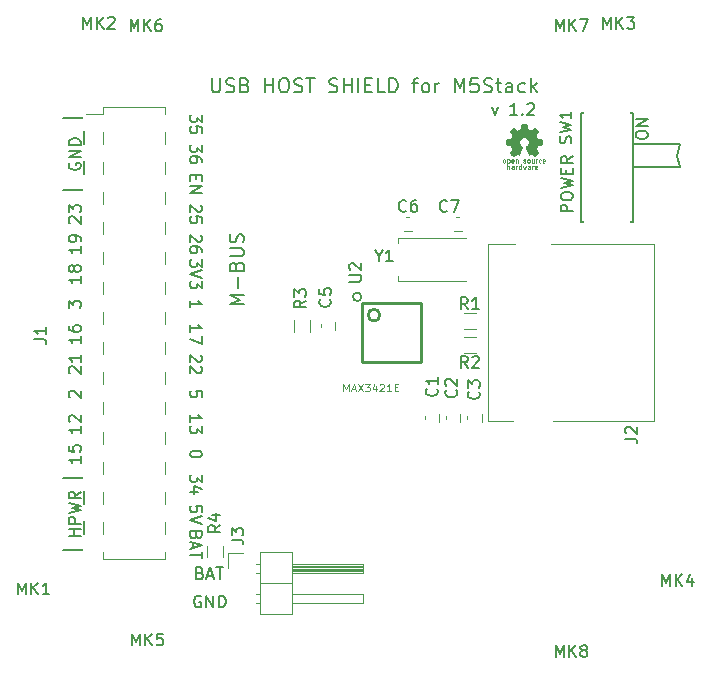
<source format=gto>
G04 #@! TF.FileFunction,Legend,Top*
%FSLAX46Y46*%
G04 Gerber Fmt 4.6, Leading zero omitted, Abs format (unit mm)*
G04 Created by KiCad (PCBNEW 4.0.7) date 09/12/18 20:21:31*
%MOMM*%
%LPD*%
G01*
G04 APERTURE LIST*
%ADD10C,0.100000*%
%ADD11C,0.150000*%
%ADD12C,0.080000*%
%ADD13C,0.200000*%
%ADD14C,0.120000*%
%ADD15C,0.254000*%
%ADD16C,0.002540*%
%ADD17C,0.050000*%
%ADD18C,3.600000*%
%ADD19R,1.150000X1.200000*%
%ADD20R,1.200000X1.150000*%
%ADD21C,2.600000*%
%ADD22R,0.900000X1.300000*%
%ADD23R,1.300000X0.900000*%
%ADD24R,1.543000X0.654000*%
%ADD25R,0.654000X1.543000*%
%ADD26R,2.400000X2.800000*%
%ADD27R,2.100000X2.100000*%
%ADD28O,2.100000X2.100000*%
%ADD29C,1.900000*%
%ADD30C,3.400000*%
%ADD31R,3.900000X3.200000*%
%ADD32R,1.750000X1.750000*%
%ADD33O,1.750000X1.750000*%
%ADD34C,1.200000*%
%ADD35C,1.400000*%
%ADD36R,3.550000X1.400000*%
%ADD37C,2.100000*%
G04 APERTURE END LIST*
D10*
D11*
X152474381Y-91328048D02*
X152474381Y-91137571D01*
X152522000Y-91042333D01*
X152617238Y-90947095D01*
X152807714Y-90899476D01*
X153141048Y-90899476D01*
X153331524Y-90947095D01*
X153426762Y-91042333D01*
X153474381Y-91137571D01*
X153474381Y-91328048D01*
X153426762Y-91423286D01*
X153331524Y-91518524D01*
X153141048Y-91566143D01*
X152807714Y-91566143D01*
X152617238Y-91518524D01*
X152522000Y-91423286D01*
X152474381Y-91328048D01*
X153474381Y-90470905D02*
X152474381Y-90470905D01*
X153474381Y-89899476D01*
X152474381Y-89899476D01*
X147124381Y-97717524D02*
X146124381Y-97717524D01*
X146124381Y-97336571D01*
X146172000Y-97241333D01*
X146219619Y-97193714D01*
X146314857Y-97146095D01*
X146457714Y-97146095D01*
X146552952Y-97193714D01*
X146600571Y-97241333D01*
X146648190Y-97336571D01*
X146648190Y-97717524D01*
X146124381Y-96527048D02*
X146124381Y-96336571D01*
X146172000Y-96241333D01*
X146267238Y-96146095D01*
X146457714Y-96098476D01*
X146791048Y-96098476D01*
X146981524Y-96146095D01*
X147076762Y-96241333D01*
X147124381Y-96336571D01*
X147124381Y-96527048D01*
X147076762Y-96622286D01*
X146981524Y-96717524D01*
X146791048Y-96765143D01*
X146457714Y-96765143D01*
X146267238Y-96717524D01*
X146172000Y-96622286D01*
X146124381Y-96527048D01*
X146124381Y-95765143D02*
X147124381Y-95527048D01*
X146410095Y-95336571D01*
X147124381Y-95146095D01*
X146124381Y-94908000D01*
X146600571Y-94527048D02*
X146600571Y-94193714D01*
X147124381Y-94050857D02*
X147124381Y-94527048D01*
X146124381Y-94527048D01*
X146124381Y-94050857D01*
X147124381Y-93050857D02*
X146648190Y-93384191D01*
X147124381Y-93622286D02*
X146124381Y-93622286D01*
X146124381Y-93241333D01*
X146172000Y-93146095D01*
X146219619Y-93098476D01*
X146314857Y-93050857D01*
X146457714Y-93050857D01*
X146552952Y-93098476D01*
X146600571Y-93146095D01*
X146648190Y-93241333D01*
X146648190Y-93622286D01*
D12*
X141602857Y-94140952D02*
X141602857Y-93740952D01*
X141774286Y-94140952D02*
X141774286Y-93931429D01*
X141755238Y-93893333D01*
X141717143Y-93874286D01*
X141660000Y-93874286D01*
X141621905Y-93893333D01*
X141602857Y-93912381D01*
X142136191Y-94140952D02*
X142136191Y-93931429D01*
X142117143Y-93893333D01*
X142079048Y-93874286D01*
X142002857Y-93874286D01*
X141964762Y-93893333D01*
X142136191Y-94121905D02*
X142098095Y-94140952D01*
X142002857Y-94140952D01*
X141964762Y-94121905D01*
X141945714Y-94083810D01*
X141945714Y-94045714D01*
X141964762Y-94007619D01*
X142002857Y-93988571D01*
X142098095Y-93988571D01*
X142136191Y-93969524D01*
X142326667Y-94140952D02*
X142326667Y-93874286D01*
X142326667Y-93950476D02*
X142345715Y-93912381D01*
X142364762Y-93893333D01*
X142402858Y-93874286D01*
X142440953Y-93874286D01*
X142745715Y-94140952D02*
X142745715Y-93740952D01*
X142745715Y-94121905D02*
X142707619Y-94140952D01*
X142631429Y-94140952D01*
X142593334Y-94121905D01*
X142574286Y-94102857D01*
X142555238Y-94064762D01*
X142555238Y-93950476D01*
X142574286Y-93912381D01*
X142593334Y-93893333D01*
X142631429Y-93874286D01*
X142707619Y-93874286D01*
X142745715Y-93893333D01*
X142898096Y-93874286D02*
X142974286Y-94140952D01*
X143050477Y-93950476D01*
X143126667Y-94140952D01*
X143202858Y-93874286D01*
X143526668Y-94140952D02*
X143526668Y-93931429D01*
X143507620Y-93893333D01*
X143469525Y-93874286D01*
X143393334Y-93874286D01*
X143355239Y-93893333D01*
X143526668Y-94121905D02*
X143488572Y-94140952D01*
X143393334Y-94140952D01*
X143355239Y-94121905D01*
X143336191Y-94083810D01*
X143336191Y-94045714D01*
X143355239Y-94007619D01*
X143393334Y-93988571D01*
X143488572Y-93988571D01*
X143526668Y-93969524D01*
X143717144Y-94140952D02*
X143717144Y-93874286D01*
X143717144Y-93950476D02*
X143736192Y-93912381D01*
X143755239Y-93893333D01*
X143793335Y-93874286D01*
X143831430Y-93874286D01*
X144117144Y-94121905D02*
X144079049Y-94140952D01*
X144002858Y-94140952D01*
X143964763Y-94121905D01*
X143945715Y-94083810D01*
X143945715Y-93931429D01*
X143964763Y-93893333D01*
X144002858Y-93874286D01*
X144079049Y-93874286D01*
X144117144Y-93893333D01*
X144136192Y-93931429D01*
X144136192Y-93969524D01*
X143945715Y-94007619D01*
X141295238Y-93590952D02*
X141257143Y-93571905D01*
X141238095Y-93552857D01*
X141219047Y-93514762D01*
X141219047Y-93400476D01*
X141238095Y-93362381D01*
X141257143Y-93343333D01*
X141295238Y-93324286D01*
X141352381Y-93324286D01*
X141390476Y-93343333D01*
X141409524Y-93362381D01*
X141428571Y-93400476D01*
X141428571Y-93514762D01*
X141409524Y-93552857D01*
X141390476Y-93571905D01*
X141352381Y-93590952D01*
X141295238Y-93590952D01*
X141600000Y-93324286D02*
X141600000Y-93724286D01*
X141600000Y-93343333D02*
X141638095Y-93324286D01*
X141714286Y-93324286D01*
X141752381Y-93343333D01*
X141771429Y-93362381D01*
X141790476Y-93400476D01*
X141790476Y-93514762D01*
X141771429Y-93552857D01*
X141752381Y-93571905D01*
X141714286Y-93590952D01*
X141638095Y-93590952D01*
X141600000Y-93571905D01*
X142114286Y-93571905D02*
X142076191Y-93590952D01*
X142000000Y-93590952D01*
X141961905Y-93571905D01*
X141942857Y-93533810D01*
X141942857Y-93381429D01*
X141961905Y-93343333D01*
X142000000Y-93324286D01*
X142076191Y-93324286D01*
X142114286Y-93343333D01*
X142133334Y-93381429D01*
X142133334Y-93419524D01*
X141942857Y-93457619D01*
X142304762Y-93324286D02*
X142304762Y-93590952D01*
X142304762Y-93362381D02*
X142323810Y-93343333D01*
X142361905Y-93324286D01*
X142419048Y-93324286D01*
X142457143Y-93343333D01*
X142476191Y-93381429D01*
X142476191Y-93590952D01*
X142952381Y-93571905D02*
X142990477Y-93590952D01*
X143066667Y-93590952D01*
X143104762Y-93571905D01*
X143123810Y-93533810D01*
X143123810Y-93514762D01*
X143104762Y-93476667D01*
X143066667Y-93457619D01*
X143009524Y-93457619D01*
X142971429Y-93438571D01*
X142952381Y-93400476D01*
X142952381Y-93381429D01*
X142971429Y-93343333D01*
X143009524Y-93324286D01*
X143066667Y-93324286D01*
X143104762Y-93343333D01*
X143352382Y-93590952D02*
X143314287Y-93571905D01*
X143295239Y-93552857D01*
X143276191Y-93514762D01*
X143276191Y-93400476D01*
X143295239Y-93362381D01*
X143314287Y-93343333D01*
X143352382Y-93324286D01*
X143409525Y-93324286D01*
X143447620Y-93343333D01*
X143466668Y-93362381D01*
X143485715Y-93400476D01*
X143485715Y-93514762D01*
X143466668Y-93552857D01*
X143447620Y-93571905D01*
X143409525Y-93590952D01*
X143352382Y-93590952D01*
X143828573Y-93324286D02*
X143828573Y-93590952D01*
X143657144Y-93324286D02*
X143657144Y-93533810D01*
X143676192Y-93571905D01*
X143714287Y-93590952D01*
X143771430Y-93590952D01*
X143809525Y-93571905D01*
X143828573Y-93552857D01*
X144019049Y-93590952D02*
X144019049Y-93324286D01*
X144019049Y-93400476D02*
X144038097Y-93362381D01*
X144057144Y-93343333D01*
X144095240Y-93324286D01*
X144133335Y-93324286D01*
X144438097Y-93571905D02*
X144400001Y-93590952D01*
X144323811Y-93590952D01*
X144285716Y-93571905D01*
X144266668Y-93552857D01*
X144247620Y-93514762D01*
X144247620Y-93400476D01*
X144266668Y-93362381D01*
X144285716Y-93343333D01*
X144323811Y-93324286D01*
X144400001Y-93324286D01*
X144438097Y-93343333D01*
X144761906Y-93571905D02*
X144723811Y-93590952D01*
X144647620Y-93590952D01*
X144609525Y-93571905D01*
X144590477Y-93533810D01*
X144590477Y-93381429D01*
X144609525Y-93343333D01*
X144647620Y-93324286D01*
X144723811Y-93324286D01*
X144761906Y-93343333D01*
X144780954Y-93381429D01*
X144780954Y-93419524D01*
X144590477Y-93457619D01*
D13*
X115638096Y-130300000D02*
X115542858Y-130252381D01*
X115400001Y-130252381D01*
X115257143Y-130300000D01*
X115161905Y-130395238D01*
X115114286Y-130490476D01*
X115066667Y-130680952D01*
X115066667Y-130823810D01*
X115114286Y-131014286D01*
X115161905Y-131109524D01*
X115257143Y-131204762D01*
X115400001Y-131252381D01*
X115495239Y-131252381D01*
X115638096Y-131204762D01*
X115685715Y-131157143D01*
X115685715Y-130823810D01*
X115495239Y-130823810D01*
X116114286Y-131252381D02*
X116114286Y-130252381D01*
X116685715Y-131252381D01*
X116685715Y-130252381D01*
X117161905Y-131252381D02*
X117161905Y-130252381D01*
X117400000Y-130252381D01*
X117542858Y-130300000D01*
X117638096Y-130395238D01*
X117685715Y-130490476D01*
X117733334Y-130680952D01*
X117733334Y-130823810D01*
X117685715Y-131014286D01*
X117638096Y-131109524D01*
X117542858Y-131204762D01*
X117400000Y-131252381D01*
X117161905Y-131252381D01*
X115561905Y-128328571D02*
X115704762Y-128376190D01*
X115752381Y-128423810D01*
X115800000Y-128519048D01*
X115800000Y-128661905D01*
X115752381Y-128757143D01*
X115704762Y-128804762D01*
X115609524Y-128852381D01*
X115228571Y-128852381D01*
X115228571Y-127852381D01*
X115561905Y-127852381D01*
X115657143Y-127900000D01*
X115704762Y-127947619D01*
X115752381Y-128042857D01*
X115752381Y-128138095D01*
X115704762Y-128233333D01*
X115657143Y-128280952D01*
X115561905Y-128328571D01*
X115228571Y-128328571D01*
X116180952Y-128566667D02*
X116657143Y-128566667D01*
X116085714Y-128852381D02*
X116419047Y-127852381D01*
X116752381Y-128852381D01*
X116942857Y-127852381D02*
X117514286Y-127852381D01*
X117228571Y-128852381D02*
X117228571Y-127852381D01*
X140290476Y-88885714D02*
X140528571Y-89552381D01*
X140766667Y-88885714D01*
X142433334Y-89552381D02*
X141861905Y-89552381D01*
X142147619Y-89552381D02*
X142147619Y-88552381D01*
X142052381Y-88695238D01*
X141957143Y-88790476D01*
X141861905Y-88838095D01*
X142861905Y-89457143D02*
X142909524Y-89504762D01*
X142861905Y-89552381D01*
X142814286Y-89504762D01*
X142861905Y-89457143D01*
X142861905Y-89552381D01*
X143290476Y-88647619D02*
X143338095Y-88600000D01*
X143433333Y-88552381D01*
X143671429Y-88552381D01*
X143766667Y-88600000D01*
X143814286Y-88647619D01*
X143861905Y-88742857D01*
X143861905Y-88838095D01*
X143814286Y-88980952D01*
X143242857Y-89552381D01*
X143861905Y-89552381D01*
X119274857Y-105589857D02*
X118074857Y-105589857D01*
X118932000Y-105189857D01*
X118074857Y-104789857D01*
X119274857Y-104789857D01*
X118817714Y-104218428D02*
X118817714Y-103304142D01*
X118646286Y-102332714D02*
X118703429Y-102161285D01*
X118760571Y-102104142D01*
X118874857Y-102046999D01*
X119046286Y-102046999D01*
X119160571Y-102104142D01*
X119217714Y-102161285D01*
X119274857Y-102275571D01*
X119274857Y-102732714D01*
X118074857Y-102732714D01*
X118074857Y-102332714D01*
X118132000Y-102218428D01*
X118189143Y-102161285D01*
X118303429Y-102104142D01*
X118417714Y-102104142D01*
X118532000Y-102161285D01*
X118589143Y-102218428D01*
X118646286Y-102332714D01*
X118646286Y-102732714D01*
X118074857Y-101532714D02*
X119046286Y-101532714D01*
X119160571Y-101475571D01*
X119217714Y-101418428D01*
X119274857Y-101304142D01*
X119274857Y-101075571D01*
X119217714Y-100961285D01*
X119160571Y-100904142D01*
X119046286Y-100846999D01*
X118074857Y-100846999D01*
X119217714Y-100332714D02*
X119274857Y-100161285D01*
X119274857Y-99875571D01*
X119217714Y-99761285D01*
X119160571Y-99704142D01*
X119046286Y-99646999D01*
X118932000Y-99646999D01*
X118817714Y-99704142D01*
X118760571Y-99761285D01*
X118703429Y-99875571D01*
X118646286Y-100104142D01*
X118589143Y-100218428D01*
X118532000Y-100275571D01*
X118417714Y-100332714D01*
X118303429Y-100332714D01*
X118189143Y-100275571D01*
X118132000Y-100218428D01*
X118074857Y-100104142D01*
X118074857Y-99818428D01*
X118132000Y-99646999D01*
X116585714Y-86442857D02*
X116585714Y-87414286D01*
X116642857Y-87528571D01*
X116700000Y-87585714D01*
X116814286Y-87642857D01*
X117042857Y-87642857D01*
X117157143Y-87585714D01*
X117214286Y-87528571D01*
X117271429Y-87414286D01*
X117271429Y-86442857D01*
X117785714Y-87585714D02*
X117957143Y-87642857D01*
X118242857Y-87642857D01*
X118357143Y-87585714D01*
X118414286Y-87528571D01*
X118471429Y-87414286D01*
X118471429Y-87300000D01*
X118414286Y-87185714D01*
X118357143Y-87128571D01*
X118242857Y-87071429D01*
X118014286Y-87014286D01*
X117900000Y-86957143D01*
X117842857Y-86900000D01*
X117785714Y-86785714D01*
X117785714Y-86671429D01*
X117842857Y-86557143D01*
X117900000Y-86500000D01*
X118014286Y-86442857D01*
X118300000Y-86442857D01*
X118471429Y-86500000D01*
X119385714Y-87014286D02*
X119557143Y-87071429D01*
X119614286Y-87128571D01*
X119671429Y-87242857D01*
X119671429Y-87414286D01*
X119614286Y-87528571D01*
X119557143Y-87585714D01*
X119442857Y-87642857D01*
X118985714Y-87642857D01*
X118985714Y-86442857D01*
X119385714Y-86442857D01*
X119500000Y-86500000D01*
X119557143Y-86557143D01*
X119614286Y-86671429D01*
X119614286Y-86785714D01*
X119557143Y-86900000D01*
X119500000Y-86957143D01*
X119385714Y-87014286D01*
X118985714Y-87014286D01*
X121100000Y-87642857D02*
X121100000Y-86442857D01*
X121100000Y-87014286D02*
X121785715Y-87014286D01*
X121785715Y-87642857D02*
X121785715Y-86442857D01*
X122585715Y-86442857D02*
X122814286Y-86442857D01*
X122928572Y-86500000D01*
X123042858Y-86614286D01*
X123100000Y-86842857D01*
X123100000Y-87242857D01*
X123042858Y-87471429D01*
X122928572Y-87585714D01*
X122814286Y-87642857D01*
X122585715Y-87642857D01*
X122471429Y-87585714D01*
X122357143Y-87471429D01*
X122300000Y-87242857D01*
X122300000Y-86842857D01*
X122357143Y-86614286D01*
X122471429Y-86500000D01*
X122585715Y-86442857D01*
X123557143Y-87585714D02*
X123728572Y-87642857D01*
X124014286Y-87642857D01*
X124128572Y-87585714D01*
X124185715Y-87528571D01*
X124242858Y-87414286D01*
X124242858Y-87300000D01*
X124185715Y-87185714D01*
X124128572Y-87128571D01*
X124014286Y-87071429D01*
X123785715Y-87014286D01*
X123671429Y-86957143D01*
X123614286Y-86900000D01*
X123557143Y-86785714D01*
X123557143Y-86671429D01*
X123614286Y-86557143D01*
X123671429Y-86500000D01*
X123785715Y-86442857D01*
X124071429Y-86442857D01*
X124242858Y-86500000D01*
X124585715Y-86442857D02*
X125271429Y-86442857D01*
X124928572Y-87642857D02*
X124928572Y-86442857D01*
X126528572Y-87585714D02*
X126700001Y-87642857D01*
X126985715Y-87642857D01*
X127100001Y-87585714D01*
X127157144Y-87528571D01*
X127214287Y-87414286D01*
X127214287Y-87300000D01*
X127157144Y-87185714D01*
X127100001Y-87128571D01*
X126985715Y-87071429D01*
X126757144Y-87014286D01*
X126642858Y-86957143D01*
X126585715Y-86900000D01*
X126528572Y-86785714D01*
X126528572Y-86671429D01*
X126585715Y-86557143D01*
X126642858Y-86500000D01*
X126757144Y-86442857D01*
X127042858Y-86442857D01*
X127214287Y-86500000D01*
X127728572Y-87642857D02*
X127728572Y-86442857D01*
X127728572Y-87014286D02*
X128414287Y-87014286D01*
X128414287Y-87642857D02*
X128414287Y-86442857D01*
X128985715Y-87642857D02*
X128985715Y-86442857D01*
X129557144Y-87014286D02*
X129957144Y-87014286D01*
X130128573Y-87642857D02*
X129557144Y-87642857D01*
X129557144Y-86442857D01*
X130128573Y-86442857D01*
X131214287Y-87642857D02*
X130642858Y-87642857D01*
X130642858Y-86442857D01*
X131614287Y-87642857D02*
X131614287Y-86442857D01*
X131900002Y-86442857D01*
X132071430Y-86500000D01*
X132185716Y-86614286D01*
X132242859Y-86728571D01*
X132300002Y-86957143D01*
X132300002Y-87128571D01*
X132242859Y-87357143D01*
X132185716Y-87471429D01*
X132071430Y-87585714D01*
X131900002Y-87642857D01*
X131614287Y-87642857D01*
X133557145Y-86842857D02*
X134014288Y-86842857D01*
X133728573Y-87642857D02*
X133728573Y-86614286D01*
X133785716Y-86500000D01*
X133900002Y-86442857D01*
X134014288Y-86442857D01*
X134585716Y-87642857D02*
X134471430Y-87585714D01*
X134414287Y-87528571D01*
X134357144Y-87414286D01*
X134357144Y-87071429D01*
X134414287Y-86957143D01*
X134471430Y-86900000D01*
X134585716Y-86842857D01*
X134757144Y-86842857D01*
X134871430Y-86900000D01*
X134928573Y-86957143D01*
X134985716Y-87071429D01*
X134985716Y-87414286D01*
X134928573Y-87528571D01*
X134871430Y-87585714D01*
X134757144Y-87642857D01*
X134585716Y-87642857D01*
X135500001Y-87642857D02*
X135500001Y-86842857D01*
X135500001Y-87071429D02*
X135557144Y-86957143D01*
X135614287Y-86900000D01*
X135728573Y-86842857D01*
X135842858Y-86842857D01*
X137157144Y-87642857D02*
X137157144Y-86442857D01*
X137557144Y-87300000D01*
X137957144Y-86442857D01*
X137957144Y-87642857D01*
X139100002Y-86442857D02*
X138528573Y-86442857D01*
X138471430Y-87014286D01*
X138528573Y-86957143D01*
X138642859Y-86900000D01*
X138928573Y-86900000D01*
X139042859Y-86957143D01*
X139100002Y-87014286D01*
X139157145Y-87128571D01*
X139157145Y-87414286D01*
X139100002Y-87528571D01*
X139042859Y-87585714D01*
X138928573Y-87642857D01*
X138642859Y-87642857D01*
X138528573Y-87585714D01*
X138471430Y-87528571D01*
X139614287Y-87585714D02*
X139785716Y-87642857D01*
X140071430Y-87642857D01*
X140185716Y-87585714D01*
X140242859Y-87528571D01*
X140300002Y-87414286D01*
X140300002Y-87300000D01*
X140242859Y-87185714D01*
X140185716Y-87128571D01*
X140071430Y-87071429D01*
X139842859Y-87014286D01*
X139728573Y-86957143D01*
X139671430Y-86900000D01*
X139614287Y-86785714D01*
X139614287Y-86671429D01*
X139671430Y-86557143D01*
X139728573Y-86500000D01*
X139842859Y-86442857D01*
X140128573Y-86442857D01*
X140300002Y-86500000D01*
X140642859Y-86842857D02*
X141100002Y-86842857D01*
X140814287Y-86442857D02*
X140814287Y-87471429D01*
X140871430Y-87585714D01*
X140985716Y-87642857D01*
X141100002Y-87642857D01*
X142014287Y-87642857D02*
X142014287Y-87014286D01*
X141957144Y-86900000D01*
X141842858Y-86842857D01*
X141614287Y-86842857D01*
X141500001Y-86900000D01*
X142014287Y-87585714D02*
X141900001Y-87642857D01*
X141614287Y-87642857D01*
X141500001Y-87585714D01*
X141442858Y-87471429D01*
X141442858Y-87357143D01*
X141500001Y-87242857D01*
X141614287Y-87185714D01*
X141900001Y-87185714D01*
X142014287Y-87128571D01*
X143100001Y-87585714D02*
X142985715Y-87642857D01*
X142757144Y-87642857D01*
X142642858Y-87585714D01*
X142585715Y-87528571D01*
X142528572Y-87414286D01*
X142528572Y-87071429D01*
X142585715Y-86957143D01*
X142642858Y-86900000D01*
X142757144Y-86842857D01*
X142985715Y-86842857D01*
X143100001Y-86900000D01*
X143614286Y-87642857D02*
X143614286Y-86442857D01*
X143728572Y-87185714D02*
X144071429Y-87642857D01*
X144071429Y-86842857D02*
X143614286Y-87300000D01*
X129233210Y-104952000D02*
G75*
G03X129233210Y-104952000I-359210J0D01*
G01*
X115247429Y-125149905D02*
X115199810Y-125292762D01*
X115152190Y-125340381D01*
X115056952Y-125388000D01*
X114914095Y-125388000D01*
X114818857Y-125340381D01*
X114771238Y-125292762D01*
X114723619Y-125197524D01*
X114723619Y-124816571D01*
X115723619Y-124816571D01*
X115723619Y-125149905D01*
X115676000Y-125245143D01*
X115628381Y-125292762D01*
X115533143Y-125340381D01*
X115437905Y-125340381D01*
X115342667Y-125292762D01*
X115295048Y-125245143D01*
X115247429Y-125149905D01*
X115247429Y-124816571D01*
X115009333Y-125768952D02*
X115009333Y-126245143D01*
X114723619Y-125673714D02*
X115723619Y-126007047D01*
X114723619Y-126340381D01*
X115723619Y-126530857D02*
X115723619Y-127102286D01*
X114723619Y-126816571D02*
X115723619Y-126816571D01*
X115723619Y-123157524D02*
X115723619Y-122681333D01*
X115247429Y-122633714D01*
X115295048Y-122681333D01*
X115342667Y-122776571D01*
X115342667Y-123014667D01*
X115295048Y-123109905D01*
X115247429Y-123157524D01*
X115152190Y-123205143D01*
X114914095Y-123205143D01*
X114818857Y-123157524D01*
X114771238Y-123109905D01*
X114723619Y-123014667D01*
X114723619Y-122776571D01*
X114771238Y-122681333D01*
X114818857Y-122633714D01*
X115723619Y-123490857D02*
X114723619Y-123824190D01*
X115723619Y-124157524D01*
X115723619Y-119998476D02*
X115723619Y-120617524D01*
X115342667Y-120284190D01*
X115342667Y-120427048D01*
X115295048Y-120522286D01*
X115247429Y-120569905D01*
X115152190Y-120617524D01*
X114914095Y-120617524D01*
X114818857Y-120569905D01*
X114771238Y-120522286D01*
X114723619Y-120427048D01*
X114723619Y-120141333D01*
X114771238Y-120046095D01*
X114818857Y-119998476D01*
X115390286Y-121474667D02*
X114723619Y-121474667D01*
X115771238Y-121236571D02*
X115056952Y-120998476D01*
X115056952Y-121617524D01*
X115723619Y-118220381D02*
X115723619Y-118315620D01*
X115676000Y-118410858D01*
X115628381Y-118458477D01*
X115533143Y-118506096D01*
X115342667Y-118553715D01*
X115104571Y-118553715D01*
X114914095Y-118506096D01*
X114818857Y-118458477D01*
X114771238Y-118410858D01*
X114723619Y-118315620D01*
X114723619Y-118220381D01*
X114771238Y-118125143D01*
X114818857Y-118077524D01*
X114914095Y-118029905D01*
X115104571Y-117982286D01*
X115342667Y-117982286D01*
X115533143Y-118029905D01*
X115628381Y-118077524D01*
X115676000Y-118125143D01*
X115723619Y-118220381D01*
X114723619Y-115537524D02*
X114723619Y-114966095D01*
X114723619Y-115251809D02*
X115723619Y-115251809D01*
X115580762Y-115156571D01*
X115485524Y-115061333D01*
X115437905Y-114966095D01*
X115723619Y-115870857D02*
X115723619Y-116489905D01*
X115342667Y-116156571D01*
X115342667Y-116299429D01*
X115295048Y-116394667D01*
X115247429Y-116442286D01*
X115152190Y-116489905D01*
X114914095Y-116489905D01*
X114818857Y-116442286D01*
X114771238Y-116394667D01*
X114723619Y-116299429D01*
X114723619Y-116013714D01*
X114771238Y-115918476D01*
X114818857Y-115870857D01*
X115723619Y-113426096D02*
X115723619Y-112949905D01*
X115247429Y-112902286D01*
X115295048Y-112949905D01*
X115342667Y-113045143D01*
X115342667Y-113283239D01*
X115295048Y-113378477D01*
X115247429Y-113426096D01*
X115152190Y-113473715D01*
X114914095Y-113473715D01*
X114818857Y-113426096D01*
X114771238Y-113378477D01*
X114723619Y-113283239D01*
X114723619Y-113045143D01*
X114771238Y-112949905D01*
X114818857Y-112902286D01*
X115628381Y-109886095D02*
X115676000Y-109933714D01*
X115723619Y-110028952D01*
X115723619Y-110267048D01*
X115676000Y-110362286D01*
X115628381Y-110409905D01*
X115533143Y-110457524D01*
X115437905Y-110457524D01*
X115295048Y-110409905D01*
X114723619Y-109838476D01*
X114723619Y-110457524D01*
X115628381Y-110838476D02*
X115676000Y-110886095D01*
X115723619Y-110981333D01*
X115723619Y-111219429D01*
X115676000Y-111314667D01*
X115628381Y-111362286D01*
X115533143Y-111409905D01*
X115437905Y-111409905D01*
X115295048Y-111362286D01*
X114723619Y-110790857D01*
X114723619Y-111409905D01*
X114723619Y-107917524D02*
X114723619Y-107346095D01*
X114723619Y-107631809D02*
X115723619Y-107631809D01*
X115580762Y-107536571D01*
X115485524Y-107441333D01*
X115437905Y-107346095D01*
X115723619Y-108250857D02*
X115723619Y-108917524D01*
X114723619Y-108488952D01*
X114723619Y-105853715D02*
X114723619Y-105282286D01*
X114723619Y-105568000D02*
X115723619Y-105568000D01*
X115580762Y-105472762D01*
X115485524Y-105377524D01*
X115437905Y-105282286D01*
X115723619Y-101789905D02*
X115723619Y-102408953D01*
X115342667Y-102075619D01*
X115342667Y-102218477D01*
X115295048Y-102313715D01*
X115247429Y-102361334D01*
X115152190Y-102408953D01*
X114914095Y-102408953D01*
X114818857Y-102361334D01*
X114771238Y-102313715D01*
X114723619Y-102218477D01*
X114723619Y-101932762D01*
X114771238Y-101837524D01*
X114818857Y-101789905D01*
X115723619Y-102694667D02*
X114723619Y-103028000D01*
X115723619Y-103361334D01*
X115723619Y-103599429D02*
X115723619Y-104218477D01*
X115342667Y-103885143D01*
X115342667Y-104028001D01*
X115295048Y-104123239D01*
X115247429Y-104170858D01*
X115152190Y-104218477D01*
X114914095Y-104218477D01*
X114818857Y-104170858D01*
X114771238Y-104123239D01*
X114723619Y-104028001D01*
X114723619Y-103742286D01*
X114771238Y-103647048D01*
X114818857Y-103599429D01*
X115628381Y-99726095D02*
X115676000Y-99773714D01*
X115723619Y-99868952D01*
X115723619Y-100107048D01*
X115676000Y-100202286D01*
X115628381Y-100249905D01*
X115533143Y-100297524D01*
X115437905Y-100297524D01*
X115295048Y-100249905D01*
X114723619Y-99678476D01*
X114723619Y-100297524D01*
X115723619Y-101154667D02*
X115723619Y-100964190D01*
X115676000Y-100868952D01*
X115628381Y-100821333D01*
X115485524Y-100726095D01*
X115295048Y-100678476D01*
X114914095Y-100678476D01*
X114818857Y-100726095D01*
X114771238Y-100773714D01*
X114723619Y-100868952D01*
X114723619Y-101059429D01*
X114771238Y-101154667D01*
X114818857Y-101202286D01*
X114914095Y-101249905D01*
X115152190Y-101249905D01*
X115247429Y-101202286D01*
X115295048Y-101154667D01*
X115342667Y-101059429D01*
X115342667Y-100868952D01*
X115295048Y-100773714D01*
X115247429Y-100726095D01*
X115152190Y-100678476D01*
X115628381Y-97186095D02*
X115676000Y-97233714D01*
X115723619Y-97328952D01*
X115723619Y-97567048D01*
X115676000Y-97662286D01*
X115628381Y-97709905D01*
X115533143Y-97757524D01*
X115437905Y-97757524D01*
X115295048Y-97709905D01*
X114723619Y-97138476D01*
X114723619Y-97757524D01*
X115723619Y-98662286D02*
X115723619Y-98186095D01*
X115247429Y-98138476D01*
X115295048Y-98186095D01*
X115342667Y-98281333D01*
X115342667Y-98519429D01*
X115295048Y-98614667D01*
X115247429Y-98662286D01*
X115152190Y-98709905D01*
X114914095Y-98709905D01*
X114818857Y-98662286D01*
X114771238Y-98614667D01*
X114723619Y-98519429D01*
X114723619Y-98281333D01*
X114771238Y-98186095D01*
X114818857Y-98138476D01*
X115247429Y-94669905D02*
X115247429Y-95003239D01*
X114723619Y-95146096D02*
X114723619Y-94669905D01*
X115723619Y-94669905D01*
X115723619Y-95146096D01*
X114723619Y-95574667D02*
X115723619Y-95574667D01*
X114723619Y-96146096D01*
X115723619Y-96146096D01*
X115723619Y-92058476D02*
X115723619Y-92677524D01*
X115342667Y-92344190D01*
X115342667Y-92487048D01*
X115295048Y-92582286D01*
X115247429Y-92629905D01*
X115152190Y-92677524D01*
X114914095Y-92677524D01*
X114818857Y-92629905D01*
X114771238Y-92582286D01*
X114723619Y-92487048D01*
X114723619Y-92201333D01*
X114771238Y-92106095D01*
X114818857Y-92058476D01*
X115723619Y-93534667D02*
X115723619Y-93344190D01*
X115676000Y-93248952D01*
X115628381Y-93201333D01*
X115485524Y-93106095D01*
X115295048Y-93058476D01*
X114914095Y-93058476D01*
X114818857Y-93106095D01*
X114771238Y-93153714D01*
X114723619Y-93248952D01*
X114723619Y-93439429D01*
X114771238Y-93534667D01*
X114818857Y-93582286D01*
X114914095Y-93629905D01*
X115152190Y-93629905D01*
X115247429Y-93582286D01*
X115295048Y-93534667D01*
X115342667Y-93439429D01*
X115342667Y-93248952D01*
X115295048Y-93153714D01*
X115247429Y-93106095D01*
X115152190Y-93058476D01*
X115723619Y-89518476D02*
X115723619Y-90137524D01*
X115342667Y-89804190D01*
X115342667Y-89947048D01*
X115295048Y-90042286D01*
X115247429Y-90089905D01*
X115152190Y-90137524D01*
X114914095Y-90137524D01*
X114818857Y-90089905D01*
X114771238Y-90042286D01*
X114723619Y-89947048D01*
X114723619Y-89661333D01*
X114771238Y-89566095D01*
X114818857Y-89518476D01*
X115723619Y-91042286D02*
X115723619Y-90566095D01*
X115247429Y-90518476D01*
X115295048Y-90566095D01*
X115342667Y-90661333D01*
X115342667Y-90899429D01*
X115295048Y-90994667D01*
X115247429Y-91042286D01*
X115152190Y-91089905D01*
X114914095Y-91089905D01*
X114818857Y-91042286D01*
X114771238Y-90994667D01*
X114723619Y-90899429D01*
X114723619Y-90661333D01*
X114771238Y-90566095D01*
X114818857Y-90518476D01*
X105778000Y-126396000D02*
X104000000Y-126396000D01*
X105778000Y-120300000D02*
X105778000Y-126396000D01*
X104000000Y-120300000D02*
X105778000Y-120300000D01*
X105778000Y-89820000D02*
X105778000Y-95916000D01*
X105778000Y-95916000D02*
X104000000Y-95916000D01*
X104000000Y-89820000D02*
X105778000Y-89820000D01*
X105468381Y-125205143D02*
X104468381Y-125205143D01*
X104944571Y-125205143D02*
X104944571Y-124633714D01*
X105468381Y-124633714D02*
X104468381Y-124633714D01*
X105468381Y-124157524D02*
X104468381Y-124157524D01*
X104468381Y-123776571D01*
X104516000Y-123681333D01*
X104563619Y-123633714D01*
X104658857Y-123586095D01*
X104801714Y-123586095D01*
X104896952Y-123633714D01*
X104944571Y-123681333D01*
X104992190Y-123776571D01*
X104992190Y-124157524D01*
X104468381Y-123252762D02*
X105468381Y-123014667D01*
X104754095Y-122824190D01*
X105468381Y-122633714D01*
X104468381Y-122395619D01*
X105468381Y-121443238D02*
X104992190Y-121776572D01*
X105468381Y-122014667D02*
X104468381Y-122014667D01*
X104468381Y-121633714D01*
X104516000Y-121538476D01*
X104563619Y-121490857D01*
X104658857Y-121443238D01*
X104801714Y-121443238D01*
X104896952Y-121490857D01*
X104944571Y-121538476D01*
X104992190Y-121633714D01*
X104992190Y-122014667D01*
X105468381Y-118458476D02*
X105468381Y-119029905D01*
X105468381Y-118744191D02*
X104468381Y-118744191D01*
X104611238Y-118839429D01*
X104706476Y-118934667D01*
X104754095Y-119029905D01*
X104468381Y-117553714D02*
X104468381Y-118029905D01*
X104944571Y-118077524D01*
X104896952Y-118029905D01*
X104849333Y-117934667D01*
X104849333Y-117696571D01*
X104896952Y-117601333D01*
X104944571Y-117553714D01*
X105039810Y-117506095D01*
X105277905Y-117506095D01*
X105373143Y-117553714D01*
X105420762Y-117601333D01*
X105468381Y-117696571D01*
X105468381Y-117934667D01*
X105420762Y-118029905D01*
X105373143Y-118077524D01*
X105468381Y-115918476D02*
X105468381Y-116489905D01*
X105468381Y-116204191D02*
X104468381Y-116204191D01*
X104611238Y-116299429D01*
X104706476Y-116394667D01*
X104754095Y-116489905D01*
X104563619Y-115537524D02*
X104516000Y-115489905D01*
X104468381Y-115394667D01*
X104468381Y-115156571D01*
X104516000Y-115061333D01*
X104563619Y-115013714D01*
X104658857Y-114966095D01*
X104754095Y-114966095D01*
X104896952Y-115013714D01*
X105468381Y-115585143D01*
X105468381Y-114966095D01*
X104563619Y-113473714D02*
X104516000Y-113426095D01*
X104468381Y-113330857D01*
X104468381Y-113092761D01*
X104516000Y-112997523D01*
X104563619Y-112949904D01*
X104658857Y-112902285D01*
X104754095Y-112902285D01*
X104896952Y-112949904D01*
X105468381Y-113521333D01*
X105468381Y-112902285D01*
X104563619Y-111409905D02*
X104516000Y-111362286D01*
X104468381Y-111267048D01*
X104468381Y-111028952D01*
X104516000Y-110933714D01*
X104563619Y-110886095D01*
X104658857Y-110838476D01*
X104754095Y-110838476D01*
X104896952Y-110886095D01*
X105468381Y-111457524D01*
X105468381Y-110838476D01*
X105468381Y-109886095D02*
X105468381Y-110457524D01*
X105468381Y-110171810D02*
X104468381Y-110171810D01*
X104611238Y-110267048D01*
X104706476Y-110362286D01*
X104754095Y-110457524D01*
X105468381Y-108298476D02*
X105468381Y-108869905D01*
X105468381Y-108584191D02*
X104468381Y-108584191D01*
X104611238Y-108679429D01*
X104706476Y-108774667D01*
X104754095Y-108869905D01*
X104468381Y-107441333D02*
X104468381Y-107631810D01*
X104516000Y-107727048D01*
X104563619Y-107774667D01*
X104706476Y-107869905D01*
X104896952Y-107917524D01*
X105277905Y-107917524D01*
X105373143Y-107869905D01*
X105420762Y-107822286D01*
X105468381Y-107727048D01*
X105468381Y-107536571D01*
X105420762Y-107441333D01*
X105373143Y-107393714D01*
X105277905Y-107346095D01*
X105039810Y-107346095D01*
X104944571Y-107393714D01*
X104896952Y-107441333D01*
X104849333Y-107536571D01*
X104849333Y-107727048D01*
X104896952Y-107822286D01*
X104944571Y-107869905D01*
X105039810Y-107917524D01*
X104468381Y-105901333D02*
X104468381Y-105282285D01*
X104849333Y-105615619D01*
X104849333Y-105472761D01*
X104896952Y-105377523D01*
X104944571Y-105329904D01*
X105039810Y-105282285D01*
X105277905Y-105282285D01*
X105373143Y-105329904D01*
X105420762Y-105377523D01*
X105468381Y-105472761D01*
X105468381Y-105758476D01*
X105420762Y-105853714D01*
X105373143Y-105901333D01*
X105468381Y-103218476D02*
X105468381Y-103789905D01*
X105468381Y-103504191D02*
X104468381Y-103504191D01*
X104611238Y-103599429D01*
X104706476Y-103694667D01*
X104754095Y-103789905D01*
X104896952Y-102647048D02*
X104849333Y-102742286D01*
X104801714Y-102789905D01*
X104706476Y-102837524D01*
X104658857Y-102837524D01*
X104563619Y-102789905D01*
X104516000Y-102742286D01*
X104468381Y-102647048D01*
X104468381Y-102456571D01*
X104516000Y-102361333D01*
X104563619Y-102313714D01*
X104658857Y-102266095D01*
X104706476Y-102266095D01*
X104801714Y-102313714D01*
X104849333Y-102361333D01*
X104896952Y-102456571D01*
X104896952Y-102647048D01*
X104944571Y-102742286D01*
X104992190Y-102789905D01*
X105087429Y-102837524D01*
X105277905Y-102837524D01*
X105373143Y-102789905D01*
X105420762Y-102742286D01*
X105468381Y-102647048D01*
X105468381Y-102456571D01*
X105420762Y-102361333D01*
X105373143Y-102313714D01*
X105277905Y-102266095D01*
X105087429Y-102266095D01*
X104992190Y-102313714D01*
X104944571Y-102361333D01*
X104896952Y-102456571D01*
X105468381Y-100678476D02*
X105468381Y-101249905D01*
X105468381Y-100964191D02*
X104468381Y-100964191D01*
X104611238Y-101059429D01*
X104706476Y-101154667D01*
X104754095Y-101249905D01*
X105468381Y-100202286D02*
X105468381Y-100011810D01*
X105420762Y-99916571D01*
X105373143Y-99868952D01*
X105230286Y-99773714D01*
X105039810Y-99726095D01*
X104658857Y-99726095D01*
X104563619Y-99773714D01*
X104516000Y-99821333D01*
X104468381Y-99916571D01*
X104468381Y-100107048D01*
X104516000Y-100202286D01*
X104563619Y-100249905D01*
X104658857Y-100297524D01*
X104896952Y-100297524D01*
X104992190Y-100249905D01*
X105039810Y-100202286D01*
X105087429Y-100107048D01*
X105087429Y-99916571D01*
X105039810Y-99821333D01*
X104992190Y-99773714D01*
X104896952Y-99726095D01*
X104563619Y-98709905D02*
X104516000Y-98662286D01*
X104468381Y-98567048D01*
X104468381Y-98328952D01*
X104516000Y-98233714D01*
X104563619Y-98186095D01*
X104658857Y-98138476D01*
X104754095Y-98138476D01*
X104896952Y-98186095D01*
X105468381Y-98757524D01*
X105468381Y-98138476D01*
X104468381Y-97805143D02*
X104468381Y-97186095D01*
X104849333Y-97519429D01*
X104849333Y-97376571D01*
X104896952Y-97281333D01*
X104944571Y-97233714D01*
X105039810Y-97186095D01*
X105277905Y-97186095D01*
X105373143Y-97233714D01*
X105420762Y-97281333D01*
X105468381Y-97376571D01*
X105468381Y-97662286D01*
X105420762Y-97757524D01*
X105373143Y-97805143D01*
X104516000Y-93629904D02*
X104468381Y-93725142D01*
X104468381Y-93867999D01*
X104516000Y-94010857D01*
X104611238Y-94106095D01*
X104706476Y-94153714D01*
X104896952Y-94201333D01*
X105039810Y-94201333D01*
X105230286Y-94153714D01*
X105325524Y-94106095D01*
X105420762Y-94010857D01*
X105468381Y-93867999D01*
X105468381Y-93772761D01*
X105420762Y-93629904D01*
X105373143Y-93582285D01*
X105039810Y-93582285D01*
X105039810Y-93772761D01*
X105468381Y-93153714D02*
X104468381Y-93153714D01*
X105468381Y-92582285D01*
X104468381Y-92582285D01*
X105468381Y-92106095D02*
X104468381Y-92106095D01*
X104468381Y-91868000D01*
X104516000Y-91725142D01*
X104611238Y-91629904D01*
X104706476Y-91582285D01*
X104896952Y-91534666D01*
X105039810Y-91534666D01*
X105230286Y-91582285D01*
X105325524Y-91629904D01*
X105420762Y-91725142D01*
X105468381Y-91868000D01*
X105468381Y-92106095D01*
D14*
X138214000Y-115570000D02*
X138214000Y-114870000D01*
X139414000Y-114870000D02*
X139414000Y-115570000D01*
X134642000Y-115570000D02*
X134642000Y-114870000D01*
X135842000Y-114870000D02*
X135842000Y-115570000D01*
X136420000Y-115570000D02*
X136420000Y-114870000D01*
X137620000Y-114870000D02*
X137620000Y-115570000D01*
X125800000Y-107750000D02*
X125800000Y-107050000D01*
X127000000Y-107050000D02*
X127000000Y-107750000D01*
X133550000Y-99400000D02*
X132850000Y-99400000D01*
X132850000Y-98200000D02*
X133550000Y-98200000D01*
X137050000Y-98200000D02*
X137750000Y-98200000D01*
X137750000Y-99400000D02*
X137050000Y-99400000D01*
X138900000Y-107680000D02*
X137900000Y-107680000D01*
X137900000Y-106320000D02*
X138900000Y-106320000D01*
X138900000Y-109680000D02*
X137900000Y-109680000D01*
X137900000Y-108320000D02*
X138900000Y-108320000D01*
X124880000Y-106900000D02*
X124880000Y-107900000D01*
X123520000Y-107900000D02*
X123520000Y-106900000D01*
D15*
X129300000Y-110500000D02*
X134300000Y-110500000D01*
X134300000Y-110500000D02*
X134300000Y-105500000D01*
X134300000Y-105500000D02*
X129300000Y-105500000D01*
X129300000Y-105500000D02*
X129300000Y-110500000D01*
X130800000Y-106500000D02*
G75*
G03X130800000Y-106500000I-500000J0D01*
G01*
D14*
X138100000Y-100000000D02*
X132350000Y-100000000D01*
X132350000Y-100000000D02*
X132350000Y-103600000D01*
X132350000Y-103600000D02*
X138100000Y-103600000D01*
X120680000Y-126590000D02*
X120680000Y-131790000D01*
X120680000Y-131790000D02*
X123340000Y-131790000D01*
X123340000Y-131790000D02*
X123340000Y-126590000D01*
X123340000Y-126590000D02*
X120680000Y-126590000D01*
X123340000Y-127540000D02*
X129340000Y-127540000D01*
X129340000Y-127540000D02*
X129340000Y-128300000D01*
X129340000Y-128300000D02*
X123340000Y-128300000D01*
X123340000Y-127600000D02*
X129340000Y-127600000D01*
X123340000Y-127720000D02*
X129340000Y-127720000D01*
X123340000Y-127840000D02*
X129340000Y-127840000D01*
X123340000Y-127960000D02*
X129340000Y-127960000D01*
X123340000Y-128080000D02*
X129340000Y-128080000D01*
X123340000Y-128200000D02*
X129340000Y-128200000D01*
X120350000Y-127540000D02*
X120680000Y-127540000D01*
X120350000Y-128300000D02*
X120680000Y-128300000D01*
X120680000Y-129190000D02*
X123340000Y-129190000D01*
X123340000Y-130080000D02*
X129340000Y-130080000D01*
X129340000Y-130080000D02*
X129340000Y-130840000D01*
X129340000Y-130840000D02*
X123340000Y-130840000D01*
X120282929Y-130080000D02*
X120680000Y-130080000D01*
X120282929Y-130840000D02*
X120680000Y-130840000D01*
X117970000Y-127920000D02*
X117970000Y-126650000D01*
X117970000Y-126650000D02*
X119240000Y-126650000D01*
D16*
G36*
X142090680Y-93046200D02*
X142108460Y-93038580D01*
X142141480Y-93015720D01*
X142192280Y-92982700D01*
X142250700Y-92944600D01*
X142311660Y-92903960D01*
X142359920Y-92870940D01*
X142395480Y-92848080D01*
X142408180Y-92840460D01*
X142415800Y-92843000D01*
X142443740Y-92858240D01*
X142484380Y-92878560D01*
X142509780Y-92891260D01*
X142547880Y-92906500D01*
X142565660Y-92911580D01*
X142568200Y-92906500D01*
X142583440Y-92876020D01*
X142603760Y-92827760D01*
X142631700Y-92761720D01*
X142664720Y-92685520D01*
X142700280Y-92604240D01*
X142733300Y-92520420D01*
X142766320Y-92441680D01*
X142796800Y-92368020D01*
X142819660Y-92309600D01*
X142834900Y-92268960D01*
X142842520Y-92251180D01*
X142839980Y-92248640D01*
X142822200Y-92230860D01*
X142789180Y-92205460D01*
X142718060Y-92147040D01*
X142646940Y-92060680D01*
X142603760Y-91961620D01*
X142591060Y-91849860D01*
X142601220Y-91748260D01*
X142641860Y-91651740D01*
X142710440Y-91562840D01*
X142794260Y-91496800D01*
X142890780Y-91456160D01*
X143000000Y-91443460D01*
X143104140Y-91453620D01*
X143203200Y-91494260D01*
X143292100Y-91560300D01*
X143330200Y-91603480D01*
X143381000Y-91694920D01*
X143411480Y-91788900D01*
X143414020Y-91811760D01*
X143408940Y-91918440D01*
X143378460Y-92020040D01*
X143322580Y-92108940D01*
X143246380Y-92182600D01*
X143236220Y-92190220D01*
X143200660Y-92218160D01*
X143175260Y-92235940D01*
X143157480Y-92251180D01*
X143292100Y-92573760D01*
X143312420Y-92624560D01*
X143350520Y-92713460D01*
X143381000Y-92789660D01*
X143408940Y-92850620D01*
X143426720Y-92891260D01*
X143434340Y-92906500D01*
X143434340Y-92906500D01*
X143447040Y-92909040D01*
X143469900Y-92901420D01*
X143515620Y-92878560D01*
X143546100Y-92863320D01*
X143579120Y-92848080D01*
X143594360Y-92840460D01*
X143609600Y-92848080D01*
X143642620Y-92868400D01*
X143688340Y-92901420D01*
X143746760Y-92939520D01*
X143802640Y-92977620D01*
X143853440Y-93010640D01*
X143889000Y-93036040D01*
X143906780Y-93043660D01*
X143909320Y-93043660D01*
X143927100Y-93036040D01*
X143955040Y-93010640D01*
X143998220Y-92970000D01*
X144061720Y-92909040D01*
X144071880Y-92898880D01*
X144122680Y-92848080D01*
X144163320Y-92802360D01*
X144191260Y-92771880D01*
X144201420Y-92759180D01*
X144201420Y-92759180D01*
X144191260Y-92741400D01*
X144168400Y-92703300D01*
X144135380Y-92652500D01*
X144094740Y-92591540D01*
X143988060Y-92436600D01*
X144046480Y-92291820D01*
X144064260Y-92246100D01*
X144087120Y-92190220D01*
X144104900Y-92152120D01*
X144112520Y-92134340D01*
X144130300Y-92129260D01*
X144168400Y-92119100D01*
X144226820Y-92108940D01*
X144297940Y-92096240D01*
X144363980Y-92083540D01*
X144422400Y-92070840D01*
X144465580Y-92063220D01*
X144485900Y-92060680D01*
X144490980Y-92055600D01*
X144493520Y-92047980D01*
X144496060Y-92027660D01*
X144498600Y-91989560D01*
X144498600Y-91933680D01*
X144498600Y-91849860D01*
X144498600Y-91842240D01*
X144498600Y-91763500D01*
X144496060Y-91700000D01*
X144493520Y-91661900D01*
X144490980Y-91644120D01*
X144490980Y-91644120D01*
X144473200Y-91639040D01*
X144430020Y-91631420D01*
X144371600Y-91618720D01*
X144300480Y-91606020D01*
X144295400Y-91606020D01*
X144224280Y-91590780D01*
X144165860Y-91578080D01*
X144122680Y-91570460D01*
X144104900Y-91562840D01*
X144102360Y-91557760D01*
X144087120Y-91529820D01*
X144066800Y-91486640D01*
X144043940Y-91433300D01*
X144021080Y-91377420D01*
X144000760Y-91326620D01*
X143988060Y-91291060D01*
X143982980Y-91273280D01*
X143982980Y-91273280D01*
X143993140Y-91255500D01*
X144018540Y-91219940D01*
X144054100Y-91169140D01*
X144094740Y-91108180D01*
X144097280Y-91103100D01*
X144137920Y-91042140D01*
X144170940Y-90991340D01*
X144193800Y-90955780D01*
X144201420Y-90940540D01*
X144201420Y-90938000D01*
X144188720Y-90920220D01*
X144158240Y-90887200D01*
X144112520Y-90841480D01*
X144061720Y-90788140D01*
X144043940Y-90772900D01*
X143985520Y-90714480D01*
X143944880Y-90678920D01*
X143919480Y-90658600D01*
X143909320Y-90653520D01*
X143906780Y-90653520D01*
X143889000Y-90663680D01*
X143850900Y-90689080D01*
X143800100Y-90724640D01*
X143739140Y-90765280D01*
X143736600Y-90767820D01*
X143675640Y-90808460D01*
X143624840Y-90844020D01*
X143589280Y-90866880D01*
X143574040Y-90874500D01*
X143571500Y-90874500D01*
X143548640Y-90869420D01*
X143505460Y-90854180D01*
X143452120Y-90833860D01*
X143396240Y-90811000D01*
X143345440Y-90790680D01*
X143309880Y-90772900D01*
X143292100Y-90762740D01*
X143289560Y-90762740D01*
X143284480Y-90739880D01*
X143274320Y-90694160D01*
X143261620Y-90633200D01*
X143246380Y-90559540D01*
X143243840Y-90549380D01*
X143231140Y-90475720D01*
X143220980Y-90417300D01*
X143210820Y-90376660D01*
X143208280Y-90358880D01*
X143198120Y-90358880D01*
X143162560Y-90356340D01*
X143109220Y-90353800D01*
X143043180Y-90353800D01*
X142977140Y-90353800D01*
X142911100Y-90353800D01*
X142855220Y-90356340D01*
X142814580Y-90358880D01*
X142796800Y-90363960D01*
X142796800Y-90363960D01*
X142791720Y-90386820D01*
X142781560Y-90430000D01*
X142768860Y-90493500D01*
X142753620Y-90567160D01*
X142751080Y-90579860D01*
X142738380Y-90650980D01*
X142725680Y-90709400D01*
X142718060Y-90750040D01*
X142712980Y-90765280D01*
X142707900Y-90767820D01*
X142677420Y-90783060D01*
X142629160Y-90800840D01*
X142570740Y-90826240D01*
X142433580Y-90882120D01*
X142265940Y-90765280D01*
X142250700Y-90755120D01*
X142189740Y-90714480D01*
X142138940Y-90681460D01*
X142103380Y-90658600D01*
X142090680Y-90650980D01*
X142088140Y-90650980D01*
X142072900Y-90666220D01*
X142039880Y-90696700D01*
X141994160Y-90742420D01*
X141940820Y-90793220D01*
X141900180Y-90833860D01*
X141854460Y-90879580D01*
X141826520Y-90912600D01*
X141808740Y-90932920D01*
X141803660Y-90945620D01*
X141806200Y-90953240D01*
X141816360Y-90971020D01*
X141841760Y-91006580D01*
X141874780Y-91059920D01*
X141915420Y-91118340D01*
X141950980Y-91169140D01*
X141986540Y-91225020D01*
X142009400Y-91265660D01*
X142019560Y-91283440D01*
X142017020Y-91293600D01*
X142004320Y-91326620D01*
X141984000Y-91374880D01*
X141958600Y-91435840D01*
X141900180Y-91567920D01*
X141813820Y-91585700D01*
X141760480Y-91595860D01*
X141686820Y-91608560D01*
X141615700Y-91623800D01*
X141503940Y-91644120D01*
X141501400Y-92047980D01*
X141519180Y-92055600D01*
X141534420Y-92060680D01*
X141575060Y-92070840D01*
X141633480Y-92081000D01*
X141702060Y-92093700D01*
X141763020Y-92106400D01*
X141821440Y-92116560D01*
X141864620Y-92124180D01*
X141882400Y-92129260D01*
X141887480Y-92134340D01*
X141902720Y-92164820D01*
X141923040Y-92210540D01*
X141945900Y-92263880D01*
X141971300Y-92322300D01*
X141991620Y-92373100D01*
X142006860Y-92413740D01*
X142011940Y-92434060D01*
X142004320Y-92449300D01*
X141981460Y-92484860D01*
X141948440Y-92535660D01*
X141907800Y-92594080D01*
X141867160Y-92652500D01*
X141834140Y-92703300D01*
X141808740Y-92738860D01*
X141801120Y-92756640D01*
X141806200Y-92766800D01*
X141829060Y-92794740D01*
X141872240Y-92840460D01*
X141938280Y-92906500D01*
X141950980Y-92916660D01*
X142001780Y-92967460D01*
X142047500Y-93008100D01*
X142077980Y-93036040D01*
X142090680Y-93046200D01*
X142090680Y-93046200D01*
G37*
X142090680Y-93046200D02*
X142108460Y-93038580D01*
X142141480Y-93015720D01*
X142192280Y-92982700D01*
X142250700Y-92944600D01*
X142311660Y-92903960D01*
X142359920Y-92870940D01*
X142395480Y-92848080D01*
X142408180Y-92840460D01*
X142415800Y-92843000D01*
X142443740Y-92858240D01*
X142484380Y-92878560D01*
X142509780Y-92891260D01*
X142547880Y-92906500D01*
X142565660Y-92911580D01*
X142568200Y-92906500D01*
X142583440Y-92876020D01*
X142603760Y-92827760D01*
X142631700Y-92761720D01*
X142664720Y-92685520D01*
X142700280Y-92604240D01*
X142733300Y-92520420D01*
X142766320Y-92441680D01*
X142796800Y-92368020D01*
X142819660Y-92309600D01*
X142834900Y-92268960D01*
X142842520Y-92251180D01*
X142839980Y-92248640D01*
X142822200Y-92230860D01*
X142789180Y-92205460D01*
X142718060Y-92147040D01*
X142646940Y-92060680D01*
X142603760Y-91961620D01*
X142591060Y-91849860D01*
X142601220Y-91748260D01*
X142641860Y-91651740D01*
X142710440Y-91562840D01*
X142794260Y-91496800D01*
X142890780Y-91456160D01*
X143000000Y-91443460D01*
X143104140Y-91453620D01*
X143203200Y-91494260D01*
X143292100Y-91560300D01*
X143330200Y-91603480D01*
X143381000Y-91694920D01*
X143411480Y-91788900D01*
X143414020Y-91811760D01*
X143408940Y-91918440D01*
X143378460Y-92020040D01*
X143322580Y-92108940D01*
X143246380Y-92182600D01*
X143236220Y-92190220D01*
X143200660Y-92218160D01*
X143175260Y-92235940D01*
X143157480Y-92251180D01*
X143292100Y-92573760D01*
X143312420Y-92624560D01*
X143350520Y-92713460D01*
X143381000Y-92789660D01*
X143408940Y-92850620D01*
X143426720Y-92891260D01*
X143434340Y-92906500D01*
X143434340Y-92906500D01*
X143447040Y-92909040D01*
X143469900Y-92901420D01*
X143515620Y-92878560D01*
X143546100Y-92863320D01*
X143579120Y-92848080D01*
X143594360Y-92840460D01*
X143609600Y-92848080D01*
X143642620Y-92868400D01*
X143688340Y-92901420D01*
X143746760Y-92939520D01*
X143802640Y-92977620D01*
X143853440Y-93010640D01*
X143889000Y-93036040D01*
X143906780Y-93043660D01*
X143909320Y-93043660D01*
X143927100Y-93036040D01*
X143955040Y-93010640D01*
X143998220Y-92970000D01*
X144061720Y-92909040D01*
X144071880Y-92898880D01*
X144122680Y-92848080D01*
X144163320Y-92802360D01*
X144191260Y-92771880D01*
X144201420Y-92759180D01*
X144201420Y-92759180D01*
X144191260Y-92741400D01*
X144168400Y-92703300D01*
X144135380Y-92652500D01*
X144094740Y-92591540D01*
X143988060Y-92436600D01*
X144046480Y-92291820D01*
X144064260Y-92246100D01*
X144087120Y-92190220D01*
X144104900Y-92152120D01*
X144112520Y-92134340D01*
X144130300Y-92129260D01*
X144168400Y-92119100D01*
X144226820Y-92108940D01*
X144297940Y-92096240D01*
X144363980Y-92083540D01*
X144422400Y-92070840D01*
X144465580Y-92063220D01*
X144485900Y-92060680D01*
X144490980Y-92055600D01*
X144493520Y-92047980D01*
X144496060Y-92027660D01*
X144498600Y-91989560D01*
X144498600Y-91933680D01*
X144498600Y-91849860D01*
X144498600Y-91842240D01*
X144498600Y-91763500D01*
X144496060Y-91700000D01*
X144493520Y-91661900D01*
X144490980Y-91644120D01*
X144490980Y-91644120D01*
X144473200Y-91639040D01*
X144430020Y-91631420D01*
X144371600Y-91618720D01*
X144300480Y-91606020D01*
X144295400Y-91606020D01*
X144224280Y-91590780D01*
X144165860Y-91578080D01*
X144122680Y-91570460D01*
X144104900Y-91562840D01*
X144102360Y-91557760D01*
X144087120Y-91529820D01*
X144066800Y-91486640D01*
X144043940Y-91433300D01*
X144021080Y-91377420D01*
X144000760Y-91326620D01*
X143988060Y-91291060D01*
X143982980Y-91273280D01*
X143982980Y-91273280D01*
X143993140Y-91255500D01*
X144018540Y-91219940D01*
X144054100Y-91169140D01*
X144094740Y-91108180D01*
X144097280Y-91103100D01*
X144137920Y-91042140D01*
X144170940Y-90991340D01*
X144193800Y-90955780D01*
X144201420Y-90940540D01*
X144201420Y-90938000D01*
X144188720Y-90920220D01*
X144158240Y-90887200D01*
X144112520Y-90841480D01*
X144061720Y-90788140D01*
X144043940Y-90772900D01*
X143985520Y-90714480D01*
X143944880Y-90678920D01*
X143919480Y-90658600D01*
X143909320Y-90653520D01*
X143906780Y-90653520D01*
X143889000Y-90663680D01*
X143850900Y-90689080D01*
X143800100Y-90724640D01*
X143739140Y-90765280D01*
X143736600Y-90767820D01*
X143675640Y-90808460D01*
X143624840Y-90844020D01*
X143589280Y-90866880D01*
X143574040Y-90874500D01*
X143571500Y-90874500D01*
X143548640Y-90869420D01*
X143505460Y-90854180D01*
X143452120Y-90833860D01*
X143396240Y-90811000D01*
X143345440Y-90790680D01*
X143309880Y-90772900D01*
X143292100Y-90762740D01*
X143289560Y-90762740D01*
X143284480Y-90739880D01*
X143274320Y-90694160D01*
X143261620Y-90633200D01*
X143246380Y-90559540D01*
X143243840Y-90549380D01*
X143231140Y-90475720D01*
X143220980Y-90417300D01*
X143210820Y-90376660D01*
X143208280Y-90358880D01*
X143198120Y-90358880D01*
X143162560Y-90356340D01*
X143109220Y-90353800D01*
X143043180Y-90353800D01*
X142977140Y-90353800D01*
X142911100Y-90353800D01*
X142855220Y-90356340D01*
X142814580Y-90358880D01*
X142796800Y-90363960D01*
X142796800Y-90363960D01*
X142791720Y-90386820D01*
X142781560Y-90430000D01*
X142768860Y-90493500D01*
X142753620Y-90567160D01*
X142751080Y-90579860D01*
X142738380Y-90650980D01*
X142725680Y-90709400D01*
X142718060Y-90750040D01*
X142712980Y-90765280D01*
X142707900Y-90767820D01*
X142677420Y-90783060D01*
X142629160Y-90800840D01*
X142570740Y-90826240D01*
X142433580Y-90882120D01*
X142265940Y-90765280D01*
X142250700Y-90755120D01*
X142189740Y-90714480D01*
X142138940Y-90681460D01*
X142103380Y-90658600D01*
X142090680Y-90650980D01*
X142088140Y-90650980D01*
X142072900Y-90666220D01*
X142039880Y-90696700D01*
X141994160Y-90742420D01*
X141940820Y-90793220D01*
X141900180Y-90833860D01*
X141854460Y-90879580D01*
X141826520Y-90912600D01*
X141808740Y-90932920D01*
X141803660Y-90945620D01*
X141806200Y-90953240D01*
X141816360Y-90971020D01*
X141841760Y-91006580D01*
X141874780Y-91059920D01*
X141915420Y-91118340D01*
X141950980Y-91169140D01*
X141986540Y-91225020D01*
X142009400Y-91265660D01*
X142019560Y-91283440D01*
X142017020Y-91293600D01*
X142004320Y-91326620D01*
X141984000Y-91374880D01*
X141958600Y-91435840D01*
X141900180Y-91567920D01*
X141813820Y-91585700D01*
X141760480Y-91595860D01*
X141686820Y-91608560D01*
X141615700Y-91623800D01*
X141503940Y-91644120D01*
X141501400Y-92047980D01*
X141519180Y-92055600D01*
X141534420Y-92060680D01*
X141575060Y-92070840D01*
X141633480Y-92081000D01*
X141702060Y-92093700D01*
X141763020Y-92106400D01*
X141821440Y-92116560D01*
X141864620Y-92124180D01*
X141882400Y-92129260D01*
X141887480Y-92134340D01*
X141902720Y-92164820D01*
X141923040Y-92210540D01*
X141945900Y-92263880D01*
X141971300Y-92322300D01*
X141991620Y-92373100D01*
X142006860Y-92413740D01*
X142011940Y-92434060D01*
X142004320Y-92449300D01*
X141981460Y-92484860D01*
X141948440Y-92535660D01*
X141907800Y-92594080D01*
X141867160Y-92652500D01*
X141834140Y-92703300D01*
X141808740Y-92738860D01*
X141801120Y-92756640D01*
X141806200Y-92766800D01*
X141829060Y-92794740D01*
X141872240Y-92840460D01*
X141938280Y-92906500D01*
X141950980Y-92916660D01*
X142001780Y-92967460D01*
X142047500Y-93008100D01*
X142077980Y-93036040D01*
X142090680Y-93046200D01*
D14*
X139960000Y-100512400D02*
X142290000Y-100512400D01*
X139960000Y-115502400D02*
X142080000Y-115502400D01*
X139960000Y-100512400D02*
X139960000Y-115502400D01*
X154050000Y-100512400D02*
X154050000Y-115502400D01*
X145250000Y-100512400D02*
X154050000Y-100512400D01*
X145450000Y-115502400D02*
X154050000Y-115502400D01*
D11*
X147800000Y-89400000D02*
X147800000Y-98600000D01*
X152200000Y-89400000D02*
X152200000Y-98600000D01*
X148200000Y-98600000D02*
X147800000Y-98600000D01*
X151800000Y-98600000D02*
X152200000Y-98600000D01*
X151800000Y-89400000D02*
X152200000Y-89400000D01*
X148200000Y-89400000D02*
X147800000Y-89400000D01*
X152200000Y-94000000D02*
X156200000Y-94000000D01*
X156200000Y-94000000D02*
X156000000Y-93000000D01*
X156000000Y-93000000D02*
X156200000Y-92000000D01*
X152200000Y-92000000D02*
X156200000Y-92000000D01*
D14*
X116147000Y-127023000D02*
X116147000Y-126023000D01*
X117507000Y-126023000D02*
X117507000Y-127023000D01*
X107400000Y-88890000D02*
X112600000Y-88890000D01*
X107400000Y-127110000D02*
X112600000Y-127110000D01*
X105960000Y-89460000D02*
X107400000Y-89460000D01*
X107400000Y-88890000D02*
X107400000Y-89460000D01*
X112600000Y-88890000D02*
X112600000Y-89460000D01*
X107400000Y-126540000D02*
X107400000Y-127110000D01*
X112600000Y-126540000D02*
X112600000Y-127110000D01*
X107400000Y-90980000D02*
X107400000Y-92000000D01*
X112600000Y-90980000D02*
X112600000Y-92000000D01*
X107400000Y-93520000D02*
X107400000Y-94540000D01*
X112600000Y-93520000D02*
X112600000Y-94540000D01*
X107400000Y-96060000D02*
X107400000Y-97080000D01*
X112600000Y-96060000D02*
X112600000Y-97080000D01*
X107400000Y-98600000D02*
X107400000Y-99620000D01*
X112600000Y-98600000D02*
X112600000Y-99620000D01*
X107400000Y-101140000D02*
X107400000Y-102160000D01*
X112600000Y-101140000D02*
X112600000Y-102160000D01*
X107400000Y-103680000D02*
X107400000Y-104700000D01*
X112600000Y-103680000D02*
X112600000Y-104700000D01*
X107400000Y-106220000D02*
X107400000Y-107240000D01*
X112600000Y-106220000D02*
X112600000Y-107240000D01*
X107400000Y-108760000D02*
X107400000Y-109780000D01*
X112600000Y-108760000D02*
X112600000Y-109780000D01*
X107400000Y-111300000D02*
X107400000Y-112320000D01*
X112600000Y-111300000D02*
X112600000Y-112320000D01*
X107400000Y-113840000D02*
X107400000Y-114860000D01*
X112600000Y-113840000D02*
X112600000Y-114860000D01*
X107400000Y-116380000D02*
X107400000Y-117400000D01*
X112600000Y-116380000D02*
X112600000Y-117400000D01*
X107400000Y-118920000D02*
X107400000Y-119940000D01*
X112600000Y-118920000D02*
X112600000Y-119940000D01*
X107400000Y-121460000D02*
X107400000Y-122480000D01*
X112600000Y-121460000D02*
X112600000Y-122480000D01*
X107400000Y-124000000D02*
X107400000Y-125020000D01*
X112600000Y-124000000D02*
X112600000Y-125020000D01*
D11*
X149690476Y-82252381D02*
X149690476Y-81252381D01*
X150023810Y-81966667D01*
X150357143Y-81252381D01*
X150357143Y-82252381D01*
X150833333Y-82252381D02*
X150833333Y-81252381D01*
X151404762Y-82252381D02*
X150976190Y-81680952D01*
X151404762Y-81252381D02*
X150833333Y-81823810D01*
X151738095Y-81252381D02*
X152357143Y-81252381D01*
X152023809Y-81633333D01*
X152166667Y-81633333D01*
X152261905Y-81680952D01*
X152309524Y-81728571D01*
X152357143Y-81823810D01*
X152357143Y-82061905D01*
X152309524Y-82157143D01*
X152261905Y-82204762D01*
X152166667Y-82252381D01*
X151880952Y-82252381D01*
X151785714Y-82204762D01*
X151738095Y-82157143D01*
X100150476Y-130150381D02*
X100150476Y-129150381D01*
X100483810Y-129864667D01*
X100817143Y-129150381D01*
X100817143Y-130150381D01*
X101293333Y-130150381D02*
X101293333Y-129150381D01*
X101864762Y-130150381D02*
X101436190Y-129578952D01*
X101864762Y-129150381D02*
X101293333Y-129721810D01*
X102817143Y-130150381D02*
X102245714Y-130150381D01*
X102531428Y-130150381D02*
X102531428Y-129150381D01*
X102436190Y-129293238D01*
X102340952Y-129388476D01*
X102245714Y-129436095D01*
X139155143Y-112973666D02*
X139202762Y-113021285D01*
X139250381Y-113164142D01*
X139250381Y-113259380D01*
X139202762Y-113402238D01*
X139107524Y-113497476D01*
X139012286Y-113545095D01*
X138821810Y-113592714D01*
X138678952Y-113592714D01*
X138488476Y-113545095D01*
X138393238Y-113497476D01*
X138298000Y-113402238D01*
X138250381Y-113259380D01*
X138250381Y-113164142D01*
X138298000Y-113021285D01*
X138345619Y-112973666D01*
X138250381Y-112640333D02*
X138250381Y-112021285D01*
X138631333Y-112354619D01*
X138631333Y-112211761D01*
X138678952Y-112116523D01*
X138726571Y-112068904D01*
X138821810Y-112021285D01*
X139059905Y-112021285D01*
X139155143Y-112068904D01*
X139202762Y-112116523D01*
X139250381Y-112211761D01*
X139250381Y-112497476D01*
X139202762Y-112592714D01*
X139155143Y-112640333D01*
X135599143Y-112719666D02*
X135646762Y-112767285D01*
X135694381Y-112910142D01*
X135694381Y-113005380D01*
X135646762Y-113148238D01*
X135551524Y-113243476D01*
X135456286Y-113291095D01*
X135265810Y-113338714D01*
X135122952Y-113338714D01*
X134932476Y-113291095D01*
X134837238Y-113243476D01*
X134742000Y-113148238D01*
X134694381Y-113005380D01*
X134694381Y-112910142D01*
X134742000Y-112767285D01*
X134789619Y-112719666D01*
X135694381Y-111767285D02*
X135694381Y-112338714D01*
X135694381Y-112053000D02*
X134694381Y-112053000D01*
X134837238Y-112148238D01*
X134932476Y-112243476D01*
X134980095Y-112338714D01*
X137250143Y-112846666D02*
X137297762Y-112894285D01*
X137345381Y-113037142D01*
X137345381Y-113132380D01*
X137297762Y-113275238D01*
X137202524Y-113370476D01*
X137107286Y-113418095D01*
X136916810Y-113465714D01*
X136773952Y-113465714D01*
X136583476Y-113418095D01*
X136488238Y-113370476D01*
X136393000Y-113275238D01*
X136345381Y-113132380D01*
X136345381Y-113037142D01*
X136393000Y-112894285D01*
X136440619Y-112846666D01*
X136440619Y-112465714D02*
X136393000Y-112418095D01*
X136345381Y-112322857D01*
X136345381Y-112084761D01*
X136393000Y-111989523D01*
X136440619Y-111941904D01*
X136535857Y-111894285D01*
X136631095Y-111894285D01*
X136773952Y-111941904D01*
X137345381Y-112513333D01*
X137345381Y-111894285D01*
X126557143Y-105166666D02*
X126604762Y-105214285D01*
X126652381Y-105357142D01*
X126652381Y-105452380D01*
X126604762Y-105595238D01*
X126509524Y-105690476D01*
X126414286Y-105738095D01*
X126223810Y-105785714D01*
X126080952Y-105785714D01*
X125890476Y-105738095D01*
X125795238Y-105690476D01*
X125700000Y-105595238D01*
X125652381Y-105452380D01*
X125652381Y-105357142D01*
X125700000Y-105214285D01*
X125747619Y-105166666D01*
X125652381Y-104261904D02*
X125652381Y-104738095D01*
X126128571Y-104785714D01*
X126080952Y-104738095D01*
X126033333Y-104642857D01*
X126033333Y-104404761D01*
X126080952Y-104309523D01*
X126128571Y-104261904D01*
X126223810Y-104214285D01*
X126461905Y-104214285D01*
X126557143Y-104261904D01*
X126604762Y-104309523D01*
X126652381Y-104404761D01*
X126652381Y-104642857D01*
X126604762Y-104738095D01*
X126557143Y-104785714D01*
X133033334Y-97657143D02*
X132985715Y-97704762D01*
X132842858Y-97752381D01*
X132747620Y-97752381D01*
X132604762Y-97704762D01*
X132509524Y-97609524D01*
X132461905Y-97514286D01*
X132414286Y-97323810D01*
X132414286Y-97180952D01*
X132461905Y-96990476D01*
X132509524Y-96895238D01*
X132604762Y-96800000D01*
X132747620Y-96752381D01*
X132842858Y-96752381D01*
X132985715Y-96800000D01*
X133033334Y-96847619D01*
X133890477Y-96752381D02*
X133700000Y-96752381D01*
X133604762Y-96800000D01*
X133557143Y-96847619D01*
X133461905Y-96990476D01*
X133414286Y-97180952D01*
X133414286Y-97561905D01*
X133461905Y-97657143D01*
X133509524Y-97704762D01*
X133604762Y-97752381D01*
X133795239Y-97752381D01*
X133890477Y-97704762D01*
X133938096Y-97657143D01*
X133985715Y-97561905D01*
X133985715Y-97323810D01*
X133938096Y-97228571D01*
X133890477Y-97180952D01*
X133795239Y-97133333D01*
X133604762Y-97133333D01*
X133509524Y-97180952D01*
X133461905Y-97228571D01*
X133414286Y-97323810D01*
X136472334Y-97670143D02*
X136424715Y-97717762D01*
X136281858Y-97765381D01*
X136186620Y-97765381D01*
X136043762Y-97717762D01*
X135948524Y-97622524D01*
X135900905Y-97527286D01*
X135853286Y-97336810D01*
X135853286Y-97193952D01*
X135900905Y-97003476D01*
X135948524Y-96908238D01*
X136043762Y-96813000D01*
X136186620Y-96765381D01*
X136281858Y-96765381D01*
X136424715Y-96813000D01*
X136472334Y-96860619D01*
X136805667Y-96765381D02*
X137472334Y-96765381D01*
X137043762Y-97765381D01*
X105690476Y-82252381D02*
X105690476Y-81252381D01*
X106023810Y-81966667D01*
X106357143Y-81252381D01*
X106357143Y-82252381D01*
X106833333Y-82252381D02*
X106833333Y-81252381D01*
X107404762Y-82252381D02*
X106976190Y-81680952D01*
X107404762Y-81252381D02*
X106833333Y-81823810D01*
X107785714Y-81347619D02*
X107833333Y-81300000D01*
X107928571Y-81252381D01*
X108166667Y-81252381D01*
X108261905Y-81300000D01*
X108309524Y-81347619D01*
X108357143Y-81442857D01*
X108357143Y-81538095D01*
X108309524Y-81680952D01*
X107738095Y-82252381D01*
X108357143Y-82252381D01*
X154690476Y-129452381D02*
X154690476Y-128452381D01*
X155023810Y-129166667D01*
X155357143Y-128452381D01*
X155357143Y-129452381D01*
X155833333Y-129452381D02*
X155833333Y-128452381D01*
X156404762Y-129452381D02*
X155976190Y-128880952D01*
X156404762Y-128452381D02*
X155833333Y-129023810D01*
X157261905Y-128785714D02*
X157261905Y-129452381D01*
X157023809Y-128404762D02*
X156785714Y-129119048D01*
X157404762Y-129119048D01*
X109802476Y-134468381D02*
X109802476Y-133468381D01*
X110135810Y-134182667D01*
X110469143Y-133468381D01*
X110469143Y-134468381D01*
X110945333Y-134468381D02*
X110945333Y-133468381D01*
X111516762Y-134468381D02*
X111088190Y-133896952D01*
X111516762Y-133468381D02*
X110945333Y-134039810D01*
X112421524Y-133468381D02*
X111945333Y-133468381D01*
X111897714Y-133944571D01*
X111945333Y-133896952D01*
X112040571Y-133849333D01*
X112278667Y-133849333D01*
X112373905Y-133896952D01*
X112421524Y-133944571D01*
X112469143Y-134039810D01*
X112469143Y-134277905D01*
X112421524Y-134373143D01*
X112373905Y-134420762D01*
X112278667Y-134468381D01*
X112040571Y-134468381D01*
X111945333Y-134420762D01*
X111897714Y-134373143D01*
X109690476Y-82452381D02*
X109690476Y-81452381D01*
X110023810Y-82166667D01*
X110357143Y-81452381D01*
X110357143Y-82452381D01*
X110833333Y-82452381D02*
X110833333Y-81452381D01*
X111404762Y-82452381D02*
X110976190Y-81880952D01*
X111404762Y-81452381D02*
X110833333Y-82023810D01*
X112261905Y-81452381D02*
X112071428Y-81452381D01*
X111976190Y-81500000D01*
X111928571Y-81547619D01*
X111833333Y-81690476D01*
X111785714Y-81880952D01*
X111785714Y-82261905D01*
X111833333Y-82357143D01*
X111880952Y-82404762D01*
X111976190Y-82452381D01*
X112166667Y-82452381D01*
X112261905Y-82404762D01*
X112309524Y-82357143D01*
X112357143Y-82261905D01*
X112357143Y-82023810D01*
X112309524Y-81928571D01*
X112261905Y-81880952D01*
X112166667Y-81833333D01*
X111976190Y-81833333D01*
X111880952Y-81880952D01*
X111833333Y-81928571D01*
X111785714Y-82023810D01*
X145690476Y-82452381D02*
X145690476Y-81452381D01*
X146023810Y-82166667D01*
X146357143Y-81452381D01*
X146357143Y-82452381D01*
X146833333Y-82452381D02*
X146833333Y-81452381D01*
X147404762Y-82452381D02*
X146976190Y-81880952D01*
X147404762Y-81452381D02*
X146833333Y-82023810D01*
X147738095Y-81452381D02*
X148404762Y-81452381D01*
X147976190Y-82452381D01*
X145690476Y-135452381D02*
X145690476Y-134452381D01*
X146023810Y-135166667D01*
X146357143Y-134452381D01*
X146357143Y-135452381D01*
X146833333Y-135452381D02*
X146833333Y-134452381D01*
X147404762Y-135452381D02*
X146976190Y-134880952D01*
X147404762Y-134452381D02*
X146833333Y-135023810D01*
X147976190Y-134880952D02*
X147880952Y-134833333D01*
X147833333Y-134785714D01*
X147785714Y-134690476D01*
X147785714Y-134642857D01*
X147833333Y-134547619D01*
X147880952Y-134500000D01*
X147976190Y-134452381D01*
X148166667Y-134452381D01*
X148261905Y-134500000D01*
X148309524Y-134547619D01*
X148357143Y-134642857D01*
X148357143Y-134690476D01*
X148309524Y-134785714D01*
X148261905Y-134833333D01*
X148166667Y-134880952D01*
X147976190Y-134880952D01*
X147880952Y-134928571D01*
X147833333Y-134976190D01*
X147785714Y-135071429D01*
X147785714Y-135261905D01*
X147833333Y-135357143D01*
X147880952Y-135404762D01*
X147976190Y-135452381D01*
X148166667Y-135452381D01*
X148261905Y-135404762D01*
X148309524Y-135357143D01*
X148357143Y-135261905D01*
X148357143Y-135071429D01*
X148309524Y-134976190D01*
X148261905Y-134928571D01*
X148166667Y-134880952D01*
X138233334Y-106002381D02*
X137900000Y-105526190D01*
X137661905Y-106002381D02*
X137661905Y-105002381D01*
X138042858Y-105002381D01*
X138138096Y-105050000D01*
X138185715Y-105097619D01*
X138233334Y-105192857D01*
X138233334Y-105335714D01*
X138185715Y-105430952D01*
X138138096Y-105478571D01*
X138042858Y-105526190D01*
X137661905Y-105526190D01*
X139185715Y-106002381D02*
X138614286Y-106002381D01*
X138900000Y-106002381D02*
X138900000Y-105002381D01*
X138804762Y-105145238D01*
X138709524Y-105240476D01*
X138614286Y-105288095D01*
X138233334Y-110976381D02*
X137900000Y-110500190D01*
X137661905Y-110976381D02*
X137661905Y-109976381D01*
X138042858Y-109976381D01*
X138138096Y-110024000D01*
X138185715Y-110071619D01*
X138233334Y-110166857D01*
X138233334Y-110309714D01*
X138185715Y-110404952D01*
X138138096Y-110452571D01*
X138042858Y-110500190D01*
X137661905Y-110500190D01*
X138614286Y-110071619D02*
X138661905Y-110024000D01*
X138757143Y-109976381D01*
X138995239Y-109976381D01*
X139090477Y-110024000D01*
X139138096Y-110071619D01*
X139185715Y-110166857D01*
X139185715Y-110262095D01*
X139138096Y-110404952D01*
X138566667Y-110976381D01*
X139185715Y-110976381D01*
X124552381Y-105266666D02*
X124076190Y-105600000D01*
X124552381Y-105838095D02*
X123552381Y-105838095D01*
X123552381Y-105457142D01*
X123600000Y-105361904D01*
X123647619Y-105314285D01*
X123742857Y-105266666D01*
X123885714Y-105266666D01*
X123980952Y-105314285D01*
X124028571Y-105361904D01*
X124076190Y-105457142D01*
X124076190Y-105838095D01*
X123552381Y-104933333D02*
X123552381Y-104314285D01*
X123933333Y-104647619D01*
X123933333Y-104504761D01*
X123980952Y-104409523D01*
X124028571Y-104361904D01*
X124123810Y-104314285D01*
X124361905Y-104314285D01*
X124457143Y-104361904D01*
X124504762Y-104409523D01*
X124552381Y-104504761D01*
X124552381Y-104790476D01*
X124504762Y-104885714D01*
X124457143Y-104933333D01*
X128217381Y-103662905D02*
X129026905Y-103662905D01*
X129122143Y-103615286D01*
X129169762Y-103567667D01*
X129217381Y-103472429D01*
X129217381Y-103281952D01*
X129169762Y-103186714D01*
X129122143Y-103139095D01*
X129026905Y-103091476D01*
X128217381Y-103091476D01*
X128312619Y-102662905D02*
X128265000Y-102615286D01*
X128217381Y-102520048D01*
X128217381Y-102281952D01*
X128265000Y-102186714D01*
X128312619Y-102139095D01*
X128407857Y-102091476D01*
X128503095Y-102091476D01*
X128645952Y-102139095D01*
X129217381Y-102710524D01*
X129217381Y-102091476D01*
D17*
X127720269Y-112964069D02*
X127720269Y-112323947D01*
X127933643Y-112781177D01*
X128147017Y-112323947D01*
X128147017Y-112964069D01*
X128421355Y-112781177D02*
X128726175Y-112781177D01*
X128360391Y-112964069D02*
X128573765Y-112323947D01*
X128787139Y-112964069D01*
X128939549Y-112323947D02*
X129366297Y-112964069D01*
X129366297Y-112323947D02*
X128939549Y-112964069D01*
X129549189Y-112323947D02*
X129945455Y-112323947D01*
X129732081Y-112567803D01*
X129823527Y-112567803D01*
X129884491Y-112598285D01*
X129914973Y-112628767D01*
X129945455Y-112689731D01*
X129945455Y-112842141D01*
X129914973Y-112903105D01*
X129884491Y-112933587D01*
X129823527Y-112964069D01*
X129640635Y-112964069D01*
X129579671Y-112933587D01*
X129549189Y-112903105D01*
X130494131Y-112537321D02*
X130494131Y-112964069D01*
X130341721Y-112293465D02*
X130189311Y-112750695D01*
X130585577Y-112750695D01*
X130798951Y-112384911D02*
X130829433Y-112354429D01*
X130890397Y-112323947D01*
X131042807Y-112323947D01*
X131103771Y-112354429D01*
X131134253Y-112384911D01*
X131164735Y-112445875D01*
X131164735Y-112506839D01*
X131134253Y-112598285D01*
X130768469Y-112964069D01*
X131164735Y-112964069D01*
X131774375Y-112964069D02*
X131408591Y-112964069D01*
X131591483Y-112964069D02*
X131591483Y-112323947D01*
X131530519Y-112415393D01*
X131469555Y-112476357D01*
X131408591Y-112506839D01*
X132048713Y-112628767D02*
X132262087Y-112628767D01*
X132353533Y-112964069D02*
X132048713Y-112964069D01*
X132048713Y-112323947D01*
X132353533Y-112323947D01*
D11*
X130701809Y-101480190D02*
X130701809Y-101956381D01*
X130368476Y-100956381D02*
X130701809Y-101480190D01*
X131035143Y-100956381D01*
X131892286Y-101956381D02*
X131320857Y-101956381D01*
X131606571Y-101956381D02*
X131606571Y-100956381D01*
X131511333Y-101099238D01*
X131416095Y-101194476D01*
X131320857Y-101242095D01*
X118252381Y-125533333D02*
X118966667Y-125533333D01*
X119109524Y-125580953D01*
X119204762Y-125676191D01*
X119252381Y-125819048D01*
X119252381Y-125914286D01*
X118252381Y-125152381D02*
X118252381Y-124533333D01*
X118633333Y-124866667D01*
X118633333Y-124723809D01*
X118680952Y-124628571D01*
X118728571Y-124580952D01*
X118823810Y-124533333D01*
X119061905Y-124533333D01*
X119157143Y-124580952D01*
X119204762Y-124628571D01*
X119252381Y-124723809D01*
X119252381Y-125009524D01*
X119204762Y-125104762D01*
X119157143Y-125152381D01*
X151585381Y-116950333D02*
X152299667Y-116950333D01*
X152442524Y-116997953D01*
X152537762Y-117093191D01*
X152585381Y-117236048D01*
X152585381Y-117331286D01*
X151680619Y-116521762D02*
X151633000Y-116474143D01*
X151585381Y-116378905D01*
X151585381Y-116140809D01*
X151633000Y-116045571D01*
X151680619Y-115997952D01*
X151775857Y-115950333D01*
X151871095Y-115950333D01*
X152013952Y-115997952D01*
X152585381Y-116569381D01*
X152585381Y-115950333D01*
X146975762Y-91936333D02*
X147023381Y-91793476D01*
X147023381Y-91555380D01*
X146975762Y-91460142D01*
X146928143Y-91412523D01*
X146832905Y-91364904D01*
X146737667Y-91364904D01*
X146642429Y-91412523D01*
X146594810Y-91460142D01*
X146547190Y-91555380D01*
X146499571Y-91745857D01*
X146451952Y-91841095D01*
X146404333Y-91888714D01*
X146309095Y-91936333D01*
X146213857Y-91936333D01*
X146118619Y-91888714D01*
X146071000Y-91841095D01*
X146023381Y-91745857D01*
X146023381Y-91507761D01*
X146071000Y-91364904D01*
X146023381Y-91031571D02*
X147023381Y-90793476D01*
X146309095Y-90602999D01*
X147023381Y-90412523D01*
X146023381Y-90174428D01*
X147023381Y-89269666D02*
X147023381Y-89841095D01*
X147023381Y-89555381D02*
X146023381Y-89555381D01*
X146166238Y-89650619D01*
X146261476Y-89745857D01*
X146309095Y-89841095D01*
X117279381Y-124276666D02*
X116803190Y-124610000D01*
X117279381Y-124848095D02*
X116279381Y-124848095D01*
X116279381Y-124467142D01*
X116327000Y-124371904D01*
X116374619Y-124324285D01*
X116469857Y-124276666D01*
X116612714Y-124276666D01*
X116707952Y-124324285D01*
X116755571Y-124371904D01*
X116803190Y-124467142D01*
X116803190Y-124848095D01*
X116612714Y-123419523D02*
X117279381Y-123419523D01*
X116231762Y-123657619D02*
X116946048Y-123895714D01*
X116946048Y-123276666D01*
X101552381Y-108533333D02*
X102266667Y-108533333D01*
X102409524Y-108580953D01*
X102504762Y-108676191D01*
X102552381Y-108819048D01*
X102552381Y-108914286D01*
X102552381Y-107533333D02*
X102552381Y-108104762D01*
X102552381Y-107819048D02*
X101552381Y-107819048D01*
X101695238Y-107914286D01*
X101790476Y-108009524D01*
X101838095Y-108104762D01*
%LPC*%
D18*
X151000000Y-86000000D03*
X107000000Y-130000000D03*
D19*
X138814000Y-115970000D03*
X138814000Y-114470000D03*
X135242000Y-115970000D03*
X135242000Y-114470000D03*
X137020000Y-115970000D03*
X137020000Y-114470000D03*
X126400000Y-108150000D03*
X126400000Y-106650000D03*
D20*
X133950000Y-98800000D03*
X132450000Y-98800000D03*
X136650000Y-98800000D03*
X138150000Y-98800000D03*
D18*
X107000000Y-86000000D03*
X151000000Y-130000000D03*
D21*
X111000000Y-130000000D03*
X111000000Y-86000000D03*
X147000000Y-86000000D03*
X147000000Y-130000000D03*
D22*
X137650000Y-107000000D03*
X139150000Y-107000000D03*
X137650000Y-109000000D03*
X139150000Y-109000000D03*
D23*
X124200000Y-108150000D03*
X124200000Y-106650000D03*
D24*
X128300000Y-106250000D03*
X128300000Y-106750000D03*
X128300000Y-107250000D03*
X128300000Y-107750000D03*
X128300000Y-108250000D03*
X128300000Y-108750000D03*
X128300000Y-109250000D03*
X128300000Y-109750000D03*
D25*
X130050000Y-111500000D03*
X130550000Y-111500000D03*
X131050000Y-111500000D03*
X131550000Y-111500000D03*
X132050000Y-111500000D03*
X132550000Y-111500000D03*
X133050000Y-111500000D03*
X133550000Y-111500000D03*
D24*
X135300000Y-109750000D03*
X135300000Y-109250000D03*
X135300000Y-108750000D03*
X135300000Y-108250000D03*
X135300000Y-107750000D03*
X135300000Y-107250000D03*
X135300000Y-106750000D03*
X135300000Y-106250000D03*
D25*
X133550000Y-104500000D03*
X133050000Y-104500000D03*
X132550000Y-104500000D03*
X132050000Y-104500000D03*
X131550000Y-104500000D03*
X131050000Y-104500000D03*
X130550000Y-104500000D03*
X130050000Y-104500000D03*
D26*
X133550000Y-101800000D03*
X137250000Y-101800000D03*
D27*
X119240000Y-127920000D03*
D28*
X119240000Y-130460000D03*
D29*
X141100000Y-104452400D03*
X141100000Y-106992400D03*
X141100000Y-109022400D03*
X141100000Y-111562400D03*
D30*
X143770000Y-101402400D03*
X143770000Y-115122400D03*
D31*
X150000000Y-98500000D03*
D32*
X150000000Y-92000000D03*
D33*
X150000000Y-94000000D03*
X150000000Y-96000000D03*
D31*
X150000000Y-89500000D03*
D23*
X116827000Y-125773000D03*
X116827000Y-127273000D03*
D34*
X110000000Y-121970000D03*
D35*
X110000000Y-124510000D03*
D34*
X110000000Y-94030000D03*
D36*
X107475000Y-90220000D03*
X107475000Y-102920000D03*
X107475000Y-100380000D03*
X107475000Y-97840000D03*
X107475000Y-95300000D03*
X107475000Y-92760000D03*
D34*
X106825000Y-90220000D03*
D36*
X112525000Y-90220000D03*
X112525000Y-92760000D03*
X112525000Y-95300000D03*
X112525000Y-97840000D03*
X112525000Y-100380000D03*
X112525000Y-102920000D03*
X107475000Y-105460000D03*
X112525000Y-105460000D03*
X107475000Y-108000000D03*
X112525000Y-108000000D03*
X107475000Y-110540000D03*
X112525000Y-110540000D03*
X107475000Y-113080000D03*
X112525000Y-113080000D03*
X107475000Y-115620000D03*
X112525000Y-115620000D03*
X107475000Y-118160000D03*
X112525000Y-118160000D03*
X107475000Y-120700000D03*
X112525000Y-120700000D03*
X107475000Y-123240000D03*
X112525000Y-123240000D03*
X107475000Y-125780000D03*
X112525000Y-125780000D03*
D34*
X106825000Y-92760000D03*
X106825000Y-95300000D03*
X106825000Y-97840000D03*
X106825000Y-100380000D03*
X106825000Y-102920000D03*
X106825000Y-105460000D03*
X106825000Y-108000000D03*
X106825000Y-110540000D03*
X106825000Y-113080000D03*
X106825000Y-115620000D03*
X106825000Y-118160000D03*
X106825000Y-120700000D03*
X106825000Y-123240000D03*
X106825000Y-125780000D03*
X113175000Y-90220000D03*
X113175000Y-92760000D03*
X113175000Y-95300000D03*
X113175000Y-97840000D03*
X113175000Y-100380000D03*
X113175000Y-102920000D03*
X113175000Y-105460000D03*
X113175000Y-108000000D03*
X113175000Y-110540000D03*
X113175000Y-113080000D03*
X113175000Y-115620000D03*
X113175000Y-118160000D03*
X113175000Y-120700000D03*
X113175000Y-123240000D03*
X113175000Y-125780000D03*
D35*
X110000000Y-91490000D03*
D37*
X108730000Y-90220000D03*
X111270000Y-90220000D03*
X108730000Y-92760000D03*
X111270000Y-92760000D03*
X108730000Y-95300000D03*
X111270000Y-95300000D03*
X108730000Y-97840000D03*
X111270000Y-97840000D03*
X108730000Y-100380000D03*
X111270000Y-100380000D03*
X108730000Y-102920000D03*
X111270000Y-102920000D03*
X108730000Y-105460000D03*
X111270000Y-105460000D03*
X108730000Y-108000000D03*
X111270000Y-108000000D03*
X108730000Y-110540000D03*
X111270000Y-110540000D03*
X108730000Y-113080000D03*
X111270000Y-113080000D03*
X108730000Y-115620000D03*
X111270000Y-115620000D03*
X108730000Y-118160000D03*
X111270000Y-118160000D03*
X108730000Y-120700000D03*
X111270000Y-120700000D03*
X108730000Y-123240000D03*
X111270000Y-123240000D03*
X108730000Y-125780000D03*
X111270000Y-125780000D03*
M02*

</source>
